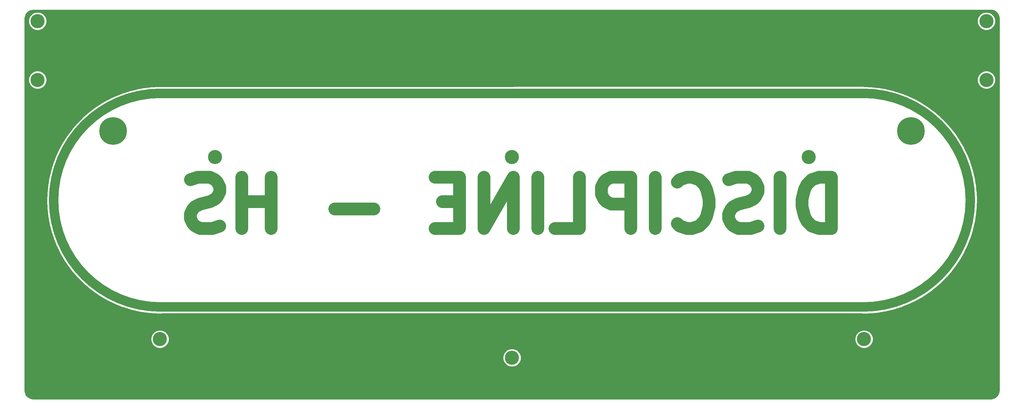
<source format=gbl>
G04 #@! TF.GenerationSoftware,KiCad,Pcbnew,(5.1.5)-3*
G04 #@! TF.CreationDate,2020-03-22T13:43:00+11:00*
G04 #@! TF.ProjectId,discipline-pcb,64697363-6970-46c6-996e-652d7063622e,rev?*
G04 #@! TF.SameCoordinates,Original*
G04 #@! TF.FileFunction,Copper,L2,Bot*
G04 #@! TF.FilePolarity,Positive*
%FSLAX46Y46*%
G04 Gerber Fmt 4.6, Leading zero omitted, Abs format (unit mm)*
G04 Created by KiCad (PCBNEW (5.1.5)-3) date 2020-03-22 13:43:00*
%MOMM*%
%LPD*%
G04 APERTURE LIST*
%ADD10C,4.000000*%
%ADD11C,3.000000*%
%ADD12C,0.900000*%
%ADD13C,8.600000*%
%ADD14C,0.700000*%
%ADD15C,4.400000*%
%ADD16C,0.254000*%
G04 APERTURE END LIST*
D10*
X312418450Y-121788719D02*
X312418450Y-105788719D01*
X308608926Y-105788719D01*
X306323212Y-106550624D01*
X304799402Y-108074433D01*
X304037498Y-109598243D01*
X303275593Y-112645862D01*
X303275593Y-114931576D01*
X304037498Y-117979195D01*
X304799402Y-119503004D01*
X306323212Y-121026814D01*
X308608926Y-121788719D01*
X312418450Y-121788719D01*
X296418450Y-121788719D02*
X296418450Y-105788719D01*
X289561307Y-121026814D02*
X287275593Y-121788719D01*
X283466069Y-121788719D01*
X281942259Y-121026814D01*
X281180355Y-120264909D01*
X280418450Y-118741100D01*
X280418450Y-117217290D01*
X281180355Y-115693481D01*
X281942259Y-114931576D01*
X283466069Y-114169671D01*
X286513688Y-113407766D01*
X288037498Y-112645862D01*
X288799402Y-111883957D01*
X289561307Y-110360147D01*
X289561307Y-108836338D01*
X288799402Y-107312528D01*
X288037498Y-106550624D01*
X286513688Y-105788719D01*
X282704164Y-105788719D01*
X280418450Y-106550624D01*
X264418450Y-120264909D02*
X265180355Y-121026814D01*
X267466069Y-121788719D01*
X268989879Y-121788719D01*
X271275593Y-121026814D01*
X272799402Y-119503004D01*
X273561307Y-117979195D01*
X274323212Y-114931576D01*
X274323212Y-112645862D01*
X273561307Y-109598243D01*
X272799402Y-108074433D01*
X271275593Y-106550624D01*
X268989879Y-105788719D01*
X267466069Y-105788719D01*
X265180355Y-106550624D01*
X264418450Y-107312528D01*
X257561307Y-121788719D02*
X257561307Y-105788719D01*
X249942259Y-121788719D02*
X249942259Y-105788719D01*
X243847021Y-105788719D01*
X242323212Y-106550624D01*
X241561307Y-107312528D01*
X240799402Y-108836338D01*
X240799402Y-111122052D01*
X241561307Y-112645862D01*
X242323212Y-113407766D01*
X243847021Y-114169671D01*
X249942259Y-114169671D01*
X226323212Y-121788719D02*
X233942259Y-121788719D01*
X233942259Y-105788719D01*
X220989879Y-121788719D02*
X220989879Y-105788719D01*
X213370831Y-121788719D02*
X213370831Y-105788719D01*
X204227974Y-121788719D01*
X204227974Y-105788719D01*
X196608926Y-113407766D02*
X191275593Y-113407766D01*
X188989879Y-121788719D02*
X196608926Y-121788719D01*
X196608926Y-105788719D01*
X188989879Y-105788719D01*
X169942259Y-115693481D02*
X157751783Y-115693481D01*
X137942259Y-121788719D02*
X137942259Y-105788719D01*
X137942259Y-113407766D02*
X128799402Y-113407766D01*
X128799402Y-121788719D02*
X128799402Y-105788719D01*
X121942259Y-121026814D02*
X119656545Y-121788719D01*
X115847021Y-121788719D01*
X114323212Y-121026814D01*
X113561307Y-120264909D01*
X112799402Y-118741100D01*
X112799402Y-117217290D01*
X113561307Y-115693481D01*
X114323212Y-114931576D01*
X115847021Y-114169671D01*
X118894640Y-113407766D01*
X120418450Y-112645862D01*
X121180355Y-111883957D01*
X121942259Y-110360147D01*
X121942259Y-108836338D01*
X121180355Y-107312528D01*
X120418450Y-106550624D01*
X118894640Y-105788719D01*
X115085117Y-105788719D01*
X112799402Y-106550624D01*
D11*
X322394879Y-146359622D02*
G75*
G03X322394879Y-79659622I0J33350000D01*
G01*
X103584879Y-79659622D02*
G75*
G03X103584879Y-146359622I0J-33350000D01*
G01*
X322324879Y-79629622D02*
X103004879Y-79659622D01*
X322774879Y-146279622D02*
X103454879Y-146309622D01*
D12*
X339510322Y-89129133D03*
X337229903Y-88184552D03*
X334949484Y-89129133D03*
X334004903Y-91409552D03*
X334949484Y-93689971D03*
X337229903Y-94634552D03*
X339510322Y-93689971D03*
X340454903Y-91409552D03*
D13*
X337229903Y-91409552D03*
D12*
X91030275Y-89129133D03*
X88749856Y-88184552D03*
X86469437Y-89129133D03*
X85524856Y-91409552D03*
X86469437Y-93689971D03*
X88749856Y-94634552D03*
X91030275Y-93689971D03*
X91974856Y-91409552D03*
D13*
X88749856Y-91409552D03*
D14*
X323804063Y-155227864D03*
X322637337Y-154744590D03*
X321470611Y-155227864D03*
X320987337Y-156394590D03*
X321470611Y-157561316D03*
X322637337Y-158044590D03*
X323804063Y-157561316D03*
X324287337Y-156394590D03*
D15*
X322637337Y-156394590D03*
D14*
X214156605Y-161039014D03*
X212989879Y-160555740D03*
X211823153Y-161039014D03*
X211339879Y-162205740D03*
X211823153Y-163372466D03*
X212989879Y-163855740D03*
X214156605Y-163372466D03*
X214639879Y-162205740D03*
D15*
X212989879Y-162205740D03*
D14*
X104509148Y-155227864D03*
X103342422Y-154744590D03*
X102175696Y-155227864D03*
X101692422Y-156394590D03*
X102175696Y-157561316D03*
X103342422Y-158044590D03*
X104509148Y-157561316D03*
X104992422Y-156394590D03*
D15*
X103342422Y-156394590D03*
D14*
X306615228Y-98383898D03*
X305448502Y-97900624D03*
X304281776Y-98383898D03*
X303798502Y-99550624D03*
X304281776Y-100717350D03*
X305448502Y-101200624D03*
X306615228Y-100717350D03*
X307098502Y-99550624D03*
D15*
X305448502Y-99550624D03*
D14*
X214156605Y-98383898D03*
X212989879Y-97900624D03*
X211823153Y-98383898D03*
X211339879Y-99550624D03*
X211823153Y-100717350D03*
X212989879Y-101200624D03*
X214156605Y-100717350D03*
X214639879Y-99550624D03*
D15*
X212989879Y-99550624D03*
D14*
X121697983Y-98383898D03*
X120531257Y-97900624D03*
X119364531Y-98383898D03*
X118881257Y-99550624D03*
X119364531Y-100717350D03*
X120531257Y-101200624D03*
X121697983Y-100717350D03*
X122181257Y-99550624D03*
D15*
X120531257Y-99550624D03*
D14*
X361913981Y-74302147D03*
X360747255Y-73818873D03*
X359580529Y-74302147D03*
X359097255Y-75468873D03*
X359580529Y-76635599D03*
X360747255Y-77118873D03*
X361913981Y-76635599D03*
X362397255Y-75468873D03*
D15*
X360747255Y-75468873D03*
D14*
X66399230Y-74302147D03*
X65232504Y-73818873D03*
X64065778Y-74302147D03*
X63582504Y-75468873D03*
X64065778Y-76635599D03*
X65232504Y-77118873D03*
X66399230Y-76635599D03*
X66882504Y-75468873D03*
D15*
X65232504Y-75468873D03*
D14*
X361913981Y-55980434D03*
X360747255Y-55497160D03*
X359580529Y-55980434D03*
X359097255Y-57147160D03*
X359580529Y-58313886D03*
X360747255Y-58797160D03*
X361913981Y-58313886D03*
X362397255Y-57147160D03*
D15*
X360747255Y-57147160D03*
D14*
X66399230Y-55980434D03*
X65232504Y-55497160D03*
X64065778Y-55980434D03*
X63582504Y-57147160D03*
X64065778Y-58313886D03*
X65232504Y-58797160D03*
X66399230Y-58313886D03*
X66882504Y-57147160D03*
D15*
X65232504Y-57147160D03*
D16*
G36*
X362633557Y-53705179D02*
G01*
X363118151Y-53851488D01*
X363565092Y-54089129D01*
X363957361Y-54409057D01*
X364280023Y-54799090D01*
X364520777Y-55244355D01*
X364670463Y-55727910D01*
X364726843Y-56264336D01*
X364726844Y-172408051D01*
X364674044Y-172946563D01*
X364527735Y-173431157D01*
X364290095Y-173878095D01*
X363970165Y-174270368D01*
X363580136Y-174593028D01*
X363134870Y-174833783D01*
X362651311Y-174983469D01*
X362114887Y-175039849D01*
X63887388Y-175039849D01*
X63348507Y-174987505D01*
X62863784Y-174841637D01*
X62416628Y-174604401D01*
X62024067Y-174284828D01*
X61701053Y-173895092D01*
X61459893Y-173450041D01*
X61309768Y-172966620D01*
X61252916Y-172430382D01*
X61252916Y-161926517D01*
X210154879Y-161926517D01*
X210154879Y-162484963D01*
X210263827Y-163032679D01*
X210477535Y-163548616D01*
X210787791Y-164012947D01*
X211182672Y-164407828D01*
X211647003Y-164718084D01*
X212162940Y-164931792D01*
X212710656Y-165040740D01*
X213269102Y-165040740D01*
X213816818Y-164931792D01*
X214332755Y-164718084D01*
X214797086Y-164407828D01*
X215191967Y-164012947D01*
X215502223Y-163548616D01*
X215715931Y-163032679D01*
X215824879Y-162484963D01*
X215824879Y-161926517D01*
X215715931Y-161378801D01*
X215502223Y-160862864D01*
X215191967Y-160398533D01*
X214797086Y-160003652D01*
X214332755Y-159693396D01*
X213816818Y-159479688D01*
X213269102Y-159370740D01*
X212710656Y-159370740D01*
X212162940Y-159479688D01*
X211647003Y-159693396D01*
X211182672Y-160003652D01*
X210787791Y-160398533D01*
X210477535Y-160862864D01*
X210263827Y-161378801D01*
X210154879Y-161926517D01*
X61252916Y-161926517D01*
X61252916Y-156115367D01*
X100507422Y-156115367D01*
X100507422Y-156673813D01*
X100616370Y-157221529D01*
X100830078Y-157737466D01*
X101140334Y-158201797D01*
X101535215Y-158596678D01*
X101999546Y-158906934D01*
X102515483Y-159120642D01*
X103063199Y-159229590D01*
X103621645Y-159229590D01*
X104169361Y-159120642D01*
X104685298Y-158906934D01*
X105149629Y-158596678D01*
X105544510Y-158201797D01*
X105854766Y-157737466D01*
X106068474Y-157221529D01*
X106177422Y-156673813D01*
X106177422Y-156115367D01*
X319802337Y-156115367D01*
X319802337Y-156673813D01*
X319911285Y-157221529D01*
X320124993Y-157737466D01*
X320435249Y-158201797D01*
X320830130Y-158596678D01*
X321294461Y-158906934D01*
X321810398Y-159120642D01*
X322358114Y-159229590D01*
X322916560Y-159229590D01*
X323464276Y-159120642D01*
X323980213Y-158906934D01*
X324444544Y-158596678D01*
X324839425Y-158201797D01*
X325149681Y-157737466D01*
X325363389Y-157221529D01*
X325472337Y-156673813D01*
X325472337Y-156115367D01*
X325363389Y-155567651D01*
X325149681Y-155051714D01*
X324839425Y-154587383D01*
X324444544Y-154192502D01*
X323980213Y-153882246D01*
X323464276Y-153668538D01*
X322916560Y-153559590D01*
X322358114Y-153559590D01*
X321810398Y-153668538D01*
X321294461Y-153882246D01*
X320830130Y-154192502D01*
X320435249Y-154587383D01*
X320124993Y-155051714D01*
X319911285Y-155567651D01*
X319802337Y-156115367D01*
X106177422Y-156115367D01*
X106068474Y-155567651D01*
X105854766Y-155051714D01*
X105544510Y-154587383D01*
X105149629Y-154192502D01*
X104685298Y-153882246D01*
X104169361Y-153668538D01*
X103621645Y-153559590D01*
X103063199Y-153559590D01*
X102515483Y-153668538D01*
X101999546Y-153882246D01*
X101535215Y-154192502D01*
X101140334Y-154587383D01*
X100830078Y-155051714D01*
X100616370Y-155567651D01*
X100507422Y-156115367D01*
X61252916Y-156115367D01*
X61252916Y-113122765D01*
X68101221Y-113122765D01*
X68101543Y-113184241D01*
X68101221Y-113245716D01*
X68101982Y-113268061D01*
X68191087Y-115535936D01*
X68195587Y-115597222D01*
X68199449Y-115658602D01*
X68201728Y-115680842D01*
X68444877Y-117937404D01*
X68453539Y-117998267D01*
X68461564Y-118059218D01*
X68465350Y-118081252D01*
X68861417Y-120316051D01*
X68874187Y-120376131D01*
X68886349Y-120436446D01*
X68891626Y-120458172D01*
X69438774Y-122660857D01*
X69455615Y-122719978D01*
X69471838Y-122779278D01*
X69478580Y-122800595D01*
X70174279Y-124960965D01*
X70195089Y-125018768D01*
X70215321Y-125076864D01*
X70223497Y-125097673D01*
X71064524Y-127205721D01*
X71089223Y-127261986D01*
X71113353Y-127318558D01*
X71122925Y-127338763D01*
X72105383Y-129384728D01*
X72133876Y-129439230D01*
X72161775Y-129493984D01*
X72172699Y-129513491D01*
X73292039Y-131487895D01*
X73324148Y-131540292D01*
X73355730Y-131593062D01*
X73367946Y-131611765D01*
X73367956Y-131611781D01*
X73367965Y-131611794D01*
X74618993Y-133505480D01*
X74654588Y-133555567D01*
X74689690Y-133606072D01*
X74703161Y-133623916D01*
X76080102Y-135428141D01*
X76119037Y-135475710D01*
X76157477Y-135523691D01*
X76172130Y-135540577D01*
X77668597Y-137246971D01*
X77710680Y-137291786D01*
X77752292Y-137337038D01*
X77768059Y-137352888D01*
X79377123Y-138953548D01*
X79422134Y-138995375D01*
X79466750Y-139037714D01*
X79483559Y-139052455D01*
X81197765Y-140539967D01*
X81245524Y-140578641D01*
X81292909Y-140617841D01*
X81310682Y-140631405D01*
X83122091Y-141998880D01*
X83172410Y-142034245D01*
X83222312Y-142070103D01*
X83240942Y-142082410D01*
X83240966Y-142082427D01*
X83240987Y-142082440D01*
X85141190Y-143323531D01*
X85193713Y-143355340D01*
X85246022Y-143387773D01*
X85265471Y-143398799D01*
X87245709Y-144507786D01*
X87300307Y-144535966D01*
X87354669Y-144564749D01*
X87374823Y-144574426D01*
X89425904Y-145546159D01*
X89482329Y-145570576D01*
X89538485Y-145595578D01*
X89559251Y-145603863D01*
X91671674Y-146433840D01*
X91729612Y-146454357D01*
X91787355Y-146475488D01*
X91808636Y-146482341D01*
X93972620Y-147166719D01*
X94031818Y-147183247D01*
X94090866Y-147200402D01*
X94112564Y-147205792D01*
X96318085Y-147741401D01*
X96378213Y-147753853D01*
X96438348Y-147766964D01*
X96460362Y-147770865D01*
X98697204Y-148155224D01*
X98758068Y-148163561D01*
X98818927Y-148172548D01*
X98841156Y-148174943D01*
X101098960Y-148406274D01*
X101160258Y-148410453D01*
X101221581Y-148415279D01*
X101243919Y-148416157D01*
X101243921Y-148416157D01*
X103512231Y-148493386D01*
X103657528Y-148493386D01*
X103802488Y-148483504D01*
X103946440Y-148463784D01*
X104039358Y-148444542D01*
X321817274Y-148414752D01*
X321950990Y-148447967D01*
X322094058Y-148473322D01*
X322238518Y-148488889D01*
X322383703Y-148494593D01*
X322406060Y-148494593D01*
X322755294Y-148492764D01*
X322786011Y-148491557D01*
X322816761Y-148491557D01*
X322839101Y-148490679D01*
X325106478Y-148389701D01*
X325167761Y-148384878D01*
X325229099Y-148380696D01*
X325251328Y-148378301D01*
X327506586Y-148123340D01*
X327567400Y-148114360D01*
X327628309Y-148106016D01*
X327650318Y-148102116D01*
X327650324Y-148102115D01*
X327650329Y-148102114D01*
X329883018Y-147694353D01*
X329943056Y-147681262D01*
X330003282Y-147668790D01*
X330024980Y-147663400D01*
X332224769Y-147104724D01*
X332283755Y-147087587D01*
X332343016Y-147071041D01*
X332364297Y-147064188D01*
X334520995Y-146357186D01*
X334578689Y-146336073D01*
X334636676Y-146315539D01*
X334657431Y-146307258D01*
X334657443Y-146307254D01*
X334657453Y-146307250D01*
X336761058Y-145455202D01*
X336817212Y-145430201D01*
X336873639Y-145405782D01*
X336893780Y-145396110D01*
X336893794Y-145396104D01*
X336893805Y-145396098D01*
X338934585Y-144402947D01*
X338988856Y-144374213D01*
X339043545Y-144345985D01*
X339062994Y-144334959D01*
X341031511Y-143205296D01*
X341083773Y-143172892D01*
X341136343Y-143141054D01*
X341154997Y-143128731D01*
X343042120Y-141867796D01*
X343092003Y-141831951D01*
X343142341Y-141796573D01*
X343160113Y-141783009D01*
X344957105Y-140396640D01*
X345004479Y-140357449D01*
X345052249Y-140318765D01*
X345069058Y-140304024D01*
X346767593Y-138798642D01*
X346812206Y-138756306D01*
X346857219Y-138714477D01*
X346872987Y-138698627D01*
X348465200Y-137081206D01*
X348506812Y-137035954D01*
X348548895Y-136991139D01*
X348563548Y-136974253D01*
X350042064Y-135252282D01*
X350080480Y-135204331D01*
X350119440Y-135156731D01*
X350132910Y-135138888D01*
X351490882Y-133320342D01*
X351525939Y-133269901D01*
X351561579Y-133219751D01*
X351573804Y-133201032D01*
X352804943Y-131294336D01*
X352836503Y-131241604D01*
X352868636Y-131189168D01*
X352879551Y-131169677D01*
X352879560Y-131169662D01*
X352879566Y-131169649D01*
X353978163Y-129183643D01*
X354006048Y-129128916D01*
X354034554Y-129074388D01*
X354044126Y-129054183D01*
X355005105Y-126998043D01*
X355029216Y-126941516D01*
X355053935Y-126885205D01*
X355062098Y-126864426D01*
X355062111Y-126864396D01*
X355062120Y-126864370D01*
X355881015Y-124747656D01*
X355901224Y-124689626D01*
X355922057Y-124631758D01*
X355928799Y-124610441D01*
X356601837Y-122442904D01*
X356618074Y-122383553D01*
X356634900Y-122324483D01*
X356640168Y-122302790D01*
X356640177Y-122302757D01*
X356640183Y-122302729D01*
X357164230Y-120094464D01*
X357176373Y-120034241D01*
X357189163Y-119974067D01*
X357192950Y-119952033D01*
X357565591Y-117713210D01*
X357573610Y-117652306D01*
X357582278Y-117591397D01*
X357584557Y-117569156D01*
X357804062Y-115310170D01*
X357807923Y-115248801D01*
X357812424Y-115187506D01*
X357813185Y-115165162D01*
X357878537Y-112896479D01*
X357878215Y-112835004D01*
X357878537Y-112773528D01*
X357877776Y-112751184D01*
X357788671Y-110483308D01*
X357784171Y-110422025D01*
X357780309Y-110360642D01*
X357778030Y-110338401D01*
X357534881Y-108081840D01*
X357526217Y-108020965D01*
X357518194Y-107960027D01*
X357514408Y-107937992D01*
X357118341Y-105703193D01*
X357105572Y-105643121D01*
X357093409Y-105582798D01*
X357088132Y-105561072D01*
X356540983Y-103358387D01*
X356524157Y-103299317D01*
X356507920Y-103239966D01*
X356501178Y-103218649D01*
X355805479Y-101058279D01*
X355784669Y-101000477D01*
X355764437Y-100942380D01*
X355756261Y-100921571D01*
X354915234Y-98813523D01*
X354890535Y-98757258D01*
X354866405Y-98700686D01*
X354856833Y-98680482D01*
X353874375Y-96634516D01*
X353845882Y-96580014D01*
X353817983Y-96525260D01*
X353807059Y-96505753D01*
X352687719Y-94531349D01*
X352655610Y-94478952D01*
X352624028Y-94426182D01*
X352611812Y-94407479D01*
X352611802Y-94407463D01*
X352611793Y-94407450D01*
X351360765Y-92513764D01*
X351325170Y-92463677D01*
X351290068Y-92413172D01*
X351276597Y-92395328D01*
X349899656Y-90591103D01*
X349860705Y-90543514D01*
X349822281Y-90495553D01*
X349807642Y-90478684D01*
X349807628Y-90478666D01*
X349807615Y-90478652D01*
X348311161Y-88772273D01*
X348269118Y-88727502D01*
X348227466Y-88682206D01*
X348211699Y-88666356D01*
X346602636Y-87065696D01*
X346557597Y-87023843D01*
X346513008Y-86981530D01*
X346496199Y-86966789D01*
X344781993Y-85479277D01*
X344734214Y-85440586D01*
X344686849Y-85401403D01*
X344669076Y-85387839D01*
X342857666Y-84020364D01*
X342807374Y-83985018D01*
X342757446Y-83949141D01*
X342738816Y-83936834D01*
X342738792Y-83936817D01*
X342738771Y-83936804D01*
X340838568Y-82695713D01*
X340786045Y-82663904D01*
X340733736Y-82631471D01*
X340714286Y-82620445D01*
X338734049Y-81511458D01*
X338679408Y-81483256D01*
X338625089Y-81454496D01*
X338604935Y-81444818D01*
X336553854Y-80473086D01*
X336497475Y-80448688D01*
X336441273Y-80423666D01*
X336420508Y-80415381D01*
X334308084Y-79585404D01*
X334250110Y-79564874D01*
X334192403Y-79543757D01*
X334171122Y-79536903D01*
X332007139Y-78852525D01*
X331947916Y-78835990D01*
X331888892Y-78818842D01*
X331867194Y-78813452D01*
X329661674Y-78277843D01*
X329601517Y-78265385D01*
X329541410Y-78252280D01*
X329519402Y-78248380D01*
X329519396Y-78248379D01*
X329519391Y-78248378D01*
X327282554Y-77864020D01*
X327221690Y-77855683D01*
X327160831Y-77846696D01*
X327138603Y-77844301D01*
X324880798Y-77612970D01*
X324819500Y-77608791D01*
X324758177Y-77603965D01*
X324735839Y-77603087D01*
X324735837Y-77603087D01*
X322779476Y-77536479D01*
X322743124Y-77525457D01*
X322429468Y-77494608D01*
X102899705Y-77524637D01*
X102628723Y-77551364D01*
X100873280Y-77629543D01*
X100811994Y-77634366D01*
X100750659Y-77638548D01*
X100728430Y-77640943D01*
X98473172Y-77895904D01*
X98412358Y-77904884D01*
X98351449Y-77913228D01*
X98329440Y-77917128D01*
X98329434Y-77917129D01*
X98329429Y-77917130D01*
X96096741Y-78324891D01*
X96036683Y-78337986D01*
X95976476Y-78350454D01*
X95954778Y-78355844D01*
X93754988Y-78914520D01*
X93695963Y-78931669D01*
X93636743Y-78948203D01*
X93615462Y-78955056D01*
X91458763Y-79662057D01*
X91401033Y-79683183D01*
X91343082Y-79703705D01*
X91322316Y-79711990D01*
X89218700Y-80564042D01*
X89162546Y-80589043D01*
X89106119Y-80613462D01*
X89085978Y-80623134D01*
X89085964Y-80623140D01*
X89085953Y-80623146D01*
X87045173Y-81616297D01*
X86990902Y-81645031D01*
X86936213Y-81673259D01*
X86916764Y-81684285D01*
X84948247Y-82813948D01*
X84895985Y-82846352D01*
X84843415Y-82878190D01*
X84824760Y-82890513D01*
X82937638Y-84151448D01*
X82887710Y-84187325D01*
X82837418Y-84222671D01*
X82819661Y-84236223D01*
X82819644Y-84236235D01*
X82819630Y-84236246D01*
X81022654Y-85622604D01*
X80975307Y-85661773D01*
X80927509Y-85700479D01*
X80910700Y-85715220D01*
X79212165Y-87220602D01*
X79167552Y-87262938D01*
X79122539Y-87304767D01*
X79106771Y-87320617D01*
X77514558Y-88938038D01*
X77472946Y-88983290D01*
X77430863Y-89028105D01*
X77416210Y-89044991D01*
X75937694Y-90766962D01*
X75899278Y-90814913D01*
X75860318Y-90862513D01*
X75846848Y-90880356D01*
X74488876Y-92698902D01*
X74453819Y-92749343D01*
X74418179Y-92799493D01*
X74405954Y-92818212D01*
X73174815Y-94724908D01*
X73143242Y-94777662D01*
X73111123Y-94830076D01*
X73100198Y-94849582D01*
X72001595Y-96835601D01*
X71973710Y-96890328D01*
X71945204Y-96944856D01*
X71935632Y-96965061D01*
X70974653Y-99021201D01*
X70950542Y-99077728D01*
X70925823Y-99134039D01*
X70917660Y-99154818D01*
X70917647Y-99154848D01*
X70917638Y-99154874D01*
X70098743Y-101271588D01*
X70078534Y-101329618D01*
X70057701Y-101387486D01*
X70050959Y-101408803D01*
X69377921Y-103576340D01*
X69361684Y-103635691D01*
X69344858Y-103694761D01*
X69339581Y-103716487D01*
X68815528Y-105924781D01*
X68803377Y-105985040D01*
X68790595Y-106045177D01*
X68786808Y-106067212D01*
X68414166Y-108306034D01*
X68406142Y-108366986D01*
X68397480Y-108427847D01*
X68395206Y-108450054D01*
X68395201Y-108450088D01*
X68395199Y-108450117D01*
X68175696Y-110709073D01*
X68171835Y-110770446D01*
X68167334Y-110831738D01*
X68166573Y-110854082D01*
X68101221Y-113122765D01*
X61252916Y-113122765D01*
X61252916Y-75189650D01*
X62397504Y-75189650D01*
X62397504Y-75748096D01*
X62506452Y-76295812D01*
X62720160Y-76811749D01*
X63030416Y-77276080D01*
X63425297Y-77670961D01*
X63889628Y-77981217D01*
X64405565Y-78194925D01*
X64953281Y-78303873D01*
X65511727Y-78303873D01*
X66059443Y-78194925D01*
X66575380Y-77981217D01*
X67039711Y-77670961D01*
X67434592Y-77276080D01*
X67744848Y-76811749D01*
X67958556Y-76295812D01*
X68067504Y-75748096D01*
X68067504Y-75189650D01*
X357912255Y-75189650D01*
X357912255Y-75748096D01*
X358021203Y-76295812D01*
X358234911Y-76811749D01*
X358545167Y-77276080D01*
X358940048Y-77670961D01*
X359404379Y-77981217D01*
X359920316Y-78194925D01*
X360468032Y-78303873D01*
X361026478Y-78303873D01*
X361574194Y-78194925D01*
X362090131Y-77981217D01*
X362554462Y-77670961D01*
X362949343Y-77276080D01*
X363259599Y-76811749D01*
X363473307Y-76295812D01*
X363582255Y-75748096D01*
X363582255Y-75189650D01*
X363473307Y-74641934D01*
X363259599Y-74125997D01*
X362949343Y-73661666D01*
X362554462Y-73266785D01*
X362090131Y-72956529D01*
X361574194Y-72742821D01*
X361026478Y-72633873D01*
X360468032Y-72633873D01*
X359920316Y-72742821D01*
X359404379Y-72956529D01*
X358940048Y-73266785D01*
X358545167Y-73661666D01*
X358234911Y-74125997D01*
X358021203Y-74641934D01*
X357912255Y-75189650D01*
X68067504Y-75189650D01*
X67958556Y-74641934D01*
X67744848Y-74125997D01*
X67434592Y-73661666D01*
X67039711Y-73266785D01*
X66575380Y-72956529D01*
X66059443Y-72742821D01*
X65511727Y-72633873D01*
X64953281Y-72633873D01*
X64405565Y-72742821D01*
X63889628Y-72956529D01*
X63425297Y-73266785D01*
X63030416Y-73661666D01*
X62720160Y-74125997D01*
X62506452Y-74641934D01*
X62397504Y-75189650D01*
X61252916Y-75189650D01*
X61252916Y-56867937D01*
X62397504Y-56867937D01*
X62397504Y-57426383D01*
X62506452Y-57974099D01*
X62720160Y-58490036D01*
X63030416Y-58954367D01*
X63425297Y-59349248D01*
X63889628Y-59659504D01*
X64405565Y-59873212D01*
X64953281Y-59982160D01*
X65511727Y-59982160D01*
X66059443Y-59873212D01*
X66575380Y-59659504D01*
X67039711Y-59349248D01*
X67434592Y-58954367D01*
X67744848Y-58490036D01*
X67958556Y-57974099D01*
X68067504Y-57426383D01*
X68067504Y-56867937D01*
X357912255Y-56867937D01*
X357912255Y-57426383D01*
X358021203Y-57974099D01*
X358234911Y-58490036D01*
X358545167Y-58954367D01*
X358940048Y-59349248D01*
X359404379Y-59659504D01*
X359920316Y-59873212D01*
X360468032Y-59982160D01*
X361026478Y-59982160D01*
X361574194Y-59873212D01*
X362090131Y-59659504D01*
X362554462Y-59349248D01*
X362949343Y-58954367D01*
X363259599Y-58490036D01*
X363473307Y-57974099D01*
X363582255Y-57426383D01*
X363582255Y-56867937D01*
X363473307Y-56320221D01*
X363259599Y-55804284D01*
X362949343Y-55339953D01*
X362554462Y-54945072D01*
X362090131Y-54634816D01*
X361574194Y-54421108D01*
X361026478Y-54312160D01*
X360468032Y-54312160D01*
X359920316Y-54421108D01*
X359404379Y-54634816D01*
X358940048Y-54945072D01*
X358545167Y-55339953D01*
X358234911Y-55804284D01*
X358021203Y-56320221D01*
X357912255Y-56867937D01*
X68067504Y-56867937D01*
X67958556Y-56320221D01*
X67744848Y-55804284D01*
X67434592Y-55339953D01*
X67039711Y-54945072D01*
X66575380Y-54634816D01*
X66059443Y-54421108D01*
X65511727Y-54312160D01*
X64953281Y-54312160D01*
X64405565Y-54421108D01*
X63889628Y-54634816D01*
X63425297Y-54945072D01*
X63030416Y-55339953D01*
X62720160Y-55804284D01*
X62506452Y-56320221D01*
X62397504Y-56867937D01*
X61252916Y-56867937D01*
X61252916Y-56284158D01*
X61305715Y-55745666D01*
X61452024Y-55261072D01*
X61689665Y-54814131D01*
X62009593Y-54421862D01*
X62399626Y-54099200D01*
X62844891Y-53858446D01*
X63328446Y-53708760D01*
X63864872Y-53652380D01*
X362095065Y-53652380D01*
X362633557Y-53705179D01*
G37*
X362633557Y-53705179D02*
X363118151Y-53851488D01*
X363565092Y-54089129D01*
X363957361Y-54409057D01*
X364280023Y-54799090D01*
X364520777Y-55244355D01*
X364670463Y-55727910D01*
X364726843Y-56264336D01*
X364726844Y-172408051D01*
X364674044Y-172946563D01*
X364527735Y-173431157D01*
X364290095Y-173878095D01*
X363970165Y-174270368D01*
X363580136Y-174593028D01*
X363134870Y-174833783D01*
X362651311Y-174983469D01*
X362114887Y-175039849D01*
X63887388Y-175039849D01*
X63348507Y-174987505D01*
X62863784Y-174841637D01*
X62416628Y-174604401D01*
X62024067Y-174284828D01*
X61701053Y-173895092D01*
X61459893Y-173450041D01*
X61309768Y-172966620D01*
X61252916Y-172430382D01*
X61252916Y-161926517D01*
X210154879Y-161926517D01*
X210154879Y-162484963D01*
X210263827Y-163032679D01*
X210477535Y-163548616D01*
X210787791Y-164012947D01*
X211182672Y-164407828D01*
X211647003Y-164718084D01*
X212162940Y-164931792D01*
X212710656Y-165040740D01*
X213269102Y-165040740D01*
X213816818Y-164931792D01*
X214332755Y-164718084D01*
X214797086Y-164407828D01*
X215191967Y-164012947D01*
X215502223Y-163548616D01*
X215715931Y-163032679D01*
X215824879Y-162484963D01*
X215824879Y-161926517D01*
X215715931Y-161378801D01*
X215502223Y-160862864D01*
X215191967Y-160398533D01*
X214797086Y-160003652D01*
X214332755Y-159693396D01*
X213816818Y-159479688D01*
X213269102Y-159370740D01*
X212710656Y-159370740D01*
X212162940Y-159479688D01*
X211647003Y-159693396D01*
X211182672Y-160003652D01*
X210787791Y-160398533D01*
X210477535Y-160862864D01*
X210263827Y-161378801D01*
X210154879Y-161926517D01*
X61252916Y-161926517D01*
X61252916Y-156115367D01*
X100507422Y-156115367D01*
X100507422Y-156673813D01*
X100616370Y-157221529D01*
X100830078Y-157737466D01*
X101140334Y-158201797D01*
X101535215Y-158596678D01*
X101999546Y-158906934D01*
X102515483Y-159120642D01*
X103063199Y-159229590D01*
X103621645Y-159229590D01*
X104169361Y-159120642D01*
X104685298Y-158906934D01*
X105149629Y-158596678D01*
X105544510Y-158201797D01*
X105854766Y-157737466D01*
X106068474Y-157221529D01*
X106177422Y-156673813D01*
X106177422Y-156115367D01*
X319802337Y-156115367D01*
X319802337Y-156673813D01*
X319911285Y-157221529D01*
X320124993Y-157737466D01*
X320435249Y-158201797D01*
X320830130Y-158596678D01*
X321294461Y-158906934D01*
X321810398Y-159120642D01*
X322358114Y-159229590D01*
X322916560Y-159229590D01*
X323464276Y-159120642D01*
X323980213Y-158906934D01*
X324444544Y-158596678D01*
X324839425Y-158201797D01*
X325149681Y-157737466D01*
X325363389Y-157221529D01*
X325472337Y-156673813D01*
X325472337Y-156115367D01*
X325363389Y-155567651D01*
X325149681Y-155051714D01*
X324839425Y-154587383D01*
X324444544Y-154192502D01*
X323980213Y-153882246D01*
X323464276Y-153668538D01*
X322916560Y-153559590D01*
X322358114Y-153559590D01*
X321810398Y-153668538D01*
X321294461Y-153882246D01*
X320830130Y-154192502D01*
X320435249Y-154587383D01*
X320124993Y-155051714D01*
X319911285Y-155567651D01*
X319802337Y-156115367D01*
X106177422Y-156115367D01*
X106068474Y-155567651D01*
X105854766Y-155051714D01*
X105544510Y-154587383D01*
X105149629Y-154192502D01*
X104685298Y-153882246D01*
X104169361Y-153668538D01*
X103621645Y-153559590D01*
X103063199Y-153559590D01*
X102515483Y-153668538D01*
X101999546Y-153882246D01*
X101535215Y-154192502D01*
X101140334Y-154587383D01*
X100830078Y-155051714D01*
X100616370Y-155567651D01*
X100507422Y-156115367D01*
X61252916Y-156115367D01*
X61252916Y-113122765D01*
X68101221Y-113122765D01*
X68101543Y-113184241D01*
X68101221Y-113245716D01*
X68101982Y-113268061D01*
X68191087Y-115535936D01*
X68195587Y-115597222D01*
X68199449Y-115658602D01*
X68201728Y-115680842D01*
X68444877Y-117937404D01*
X68453539Y-117998267D01*
X68461564Y-118059218D01*
X68465350Y-118081252D01*
X68861417Y-120316051D01*
X68874187Y-120376131D01*
X68886349Y-120436446D01*
X68891626Y-120458172D01*
X69438774Y-122660857D01*
X69455615Y-122719978D01*
X69471838Y-122779278D01*
X69478580Y-122800595D01*
X70174279Y-124960965D01*
X70195089Y-125018768D01*
X70215321Y-125076864D01*
X70223497Y-125097673D01*
X71064524Y-127205721D01*
X71089223Y-127261986D01*
X71113353Y-127318558D01*
X71122925Y-127338763D01*
X72105383Y-129384728D01*
X72133876Y-129439230D01*
X72161775Y-129493984D01*
X72172699Y-129513491D01*
X73292039Y-131487895D01*
X73324148Y-131540292D01*
X73355730Y-131593062D01*
X73367946Y-131611765D01*
X73367956Y-131611781D01*
X73367965Y-131611794D01*
X74618993Y-133505480D01*
X74654588Y-133555567D01*
X74689690Y-133606072D01*
X74703161Y-133623916D01*
X76080102Y-135428141D01*
X76119037Y-135475710D01*
X76157477Y-135523691D01*
X76172130Y-135540577D01*
X77668597Y-137246971D01*
X77710680Y-137291786D01*
X77752292Y-137337038D01*
X77768059Y-137352888D01*
X79377123Y-138953548D01*
X79422134Y-138995375D01*
X79466750Y-139037714D01*
X79483559Y-139052455D01*
X81197765Y-140539967D01*
X81245524Y-140578641D01*
X81292909Y-140617841D01*
X81310682Y-140631405D01*
X83122091Y-141998880D01*
X83172410Y-142034245D01*
X83222312Y-142070103D01*
X83240942Y-142082410D01*
X83240966Y-142082427D01*
X83240987Y-142082440D01*
X85141190Y-143323531D01*
X85193713Y-143355340D01*
X85246022Y-143387773D01*
X85265471Y-143398799D01*
X87245709Y-144507786D01*
X87300307Y-144535966D01*
X87354669Y-144564749D01*
X87374823Y-144574426D01*
X89425904Y-145546159D01*
X89482329Y-145570576D01*
X89538485Y-145595578D01*
X89559251Y-145603863D01*
X91671674Y-146433840D01*
X91729612Y-146454357D01*
X91787355Y-146475488D01*
X91808636Y-146482341D01*
X93972620Y-147166719D01*
X94031818Y-147183247D01*
X94090866Y-147200402D01*
X94112564Y-147205792D01*
X96318085Y-147741401D01*
X96378213Y-147753853D01*
X96438348Y-147766964D01*
X96460362Y-147770865D01*
X98697204Y-148155224D01*
X98758068Y-148163561D01*
X98818927Y-148172548D01*
X98841156Y-148174943D01*
X101098960Y-148406274D01*
X101160258Y-148410453D01*
X101221581Y-148415279D01*
X101243919Y-148416157D01*
X101243921Y-148416157D01*
X103512231Y-148493386D01*
X103657528Y-148493386D01*
X103802488Y-148483504D01*
X103946440Y-148463784D01*
X104039358Y-148444542D01*
X321817274Y-148414752D01*
X321950990Y-148447967D01*
X322094058Y-148473322D01*
X322238518Y-148488889D01*
X322383703Y-148494593D01*
X322406060Y-148494593D01*
X322755294Y-148492764D01*
X322786011Y-148491557D01*
X322816761Y-148491557D01*
X322839101Y-148490679D01*
X325106478Y-148389701D01*
X325167761Y-148384878D01*
X325229099Y-148380696D01*
X325251328Y-148378301D01*
X327506586Y-148123340D01*
X327567400Y-148114360D01*
X327628309Y-148106016D01*
X327650318Y-148102116D01*
X327650324Y-148102115D01*
X327650329Y-148102114D01*
X329883018Y-147694353D01*
X329943056Y-147681262D01*
X330003282Y-147668790D01*
X330024980Y-147663400D01*
X332224769Y-147104724D01*
X332283755Y-147087587D01*
X332343016Y-147071041D01*
X332364297Y-147064188D01*
X334520995Y-146357186D01*
X334578689Y-146336073D01*
X334636676Y-146315539D01*
X334657431Y-146307258D01*
X334657443Y-146307254D01*
X334657453Y-146307250D01*
X336761058Y-145455202D01*
X336817212Y-145430201D01*
X336873639Y-145405782D01*
X336893780Y-145396110D01*
X336893794Y-145396104D01*
X336893805Y-145396098D01*
X338934585Y-144402947D01*
X338988856Y-144374213D01*
X339043545Y-144345985D01*
X339062994Y-144334959D01*
X341031511Y-143205296D01*
X341083773Y-143172892D01*
X341136343Y-143141054D01*
X341154997Y-143128731D01*
X343042120Y-141867796D01*
X343092003Y-141831951D01*
X343142341Y-141796573D01*
X343160113Y-141783009D01*
X344957105Y-140396640D01*
X345004479Y-140357449D01*
X345052249Y-140318765D01*
X345069058Y-140304024D01*
X346767593Y-138798642D01*
X346812206Y-138756306D01*
X346857219Y-138714477D01*
X346872987Y-138698627D01*
X348465200Y-137081206D01*
X348506812Y-137035954D01*
X348548895Y-136991139D01*
X348563548Y-136974253D01*
X350042064Y-135252282D01*
X350080480Y-135204331D01*
X350119440Y-135156731D01*
X350132910Y-135138888D01*
X351490882Y-133320342D01*
X351525939Y-133269901D01*
X351561579Y-133219751D01*
X351573804Y-133201032D01*
X352804943Y-131294336D01*
X352836503Y-131241604D01*
X352868636Y-131189168D01*
X352879551Y-131169677D01*
X352879560Y-131169662D01*
X352879566Y-131169649D01*
X353978163Y-129183643D01*
X354006048Y-129128916D01*
X354034554Y-129074388D01*
X354044126Y-129054183D01*
X355005105Y-126998043D01*
X355029216Y-126941516D01*
X355053935Y-126885205D01*
X355062098Y-126864426D01*
X355062111Y-126864396D01*
X355062120Y-126864370D01*
X355881015Y-124747656D01*
X355901224Y-124689626D01*
X355922057Y-124631758D01*
X355928799Y-124610441D01*
X356601837Y-122442904D01*
X356618074Y-122383553D01*
X356634900Y-122324483D01*
X356640168Y-122302790D01*
X356640177Y-122302757D01*
X356640183Y-122302729D01*
X357164230Y-120094464D01*
X357176373Y-120034241D01*
X357189163Y-119974067D01*
X357192950Y-119952033D01*
X357565591Y-117713210D01*
X357573610Y-117652306D01*
X357582278Y-117591397D01*
X357584557Y-117569156D01*
X357804062Y-115310170D01*
X357807923Y-115248801D01*
X357812424Y-115187506D01*
X357813185Y-115165162D01*
X357878537Y-112896479D01*
X357878215Y-112835004D01*
X357878537Y-112773528D01*
X357877776Y-112751184D01*
X357788671Y-110483308D01*
X357784171Y-110422025D01*
X357780309Y-110360642D01*
X357778030Y-110338401D01*
X357534881Y-108081840D01*
X357526217Y-108020965D01*
X357518194Y-107960027D01*
X357514408Y-107937992D01*
X357118341Y-105703193D01*
X357105572Y-105643121D01*
X357093409Y-105582798D01*
X357088132Y-105561072D01*
X356540983Y-103358387D01*
X356524157Y-103299317D01*
X356507920Y-103239966D01*
X356501178Y-103218649D01*
X355805479Y-101058279D01*
X355784669Y-101000477D01*
X355764437Y-100942380D01*
X355756261Y-100921571D01*
X354915234Y-98813523D01*
X354890535Y-98757258D01*
X354866405Y-98700686D01*
X354856833Y-98680482D01*
X353874375Y-96634516D01*
X353845882Y-96580014D01*
X353817983Y-96525260D01*
X353807059Y-96505753D01*
X352687719Y-94531349D01*
X352655610Y-94478952D01*
X352624028Y-94426182D01*
X352611812Y-94407479D01*
X352611802Y-94407463D01*
X352611793Y-94407450D01*
X351360765Y-92513764D01*
X351325170Y-92463677D01*
X351290068Y-92413172D01*
X351276597Y-92395328D01*
X349899656Y-90591103D01*
X349860705Y-90543514D01*
X349822281Y-90495553D01*
X349807642Y-90478684D01*
X349807628Y-90478666D01*
X349807615Y-90478652D01*
X348311161Y-88772273D01*
X348269118Y-88727502D01*
X348227466Y-88682206D01*
X348211699Y-88666356D01*
X346602636Y-87065696D01*
X346557597Y-87023843D01*
X346513008Y-86981530D01*
X346496199Y-86966789D01*
X344781993Y-85479277D01*
X344734214Y-85440586D01*
X344686849Y-85401403D01*
X344669076Y-85387839D01*
X342857666Y-84020364D01*
X342807374Y-83985018D01*
X342757446Y-83949141D01*
X342738816Y-83936834D01*
X342738792Y-83936817D01*
X342738771Y-83936804D01*
X340838568Y-82695713D01*
X340786045Y-82663904D01*
X340733736Y-82631471D01*
X340714286Y-82620445D01*
X338734049Y-81511458D01*
X338679408Y-81483256D01*
X338625089Y-81454496D01*
X338604935Y-81444818D01*
X336553854Y-80473086D01*
X336497475Y-80448688D01*
X336441273Y-80423666D01*
X336420508Y-80415381D01*
X334308084Y-79585404D01*
X334250110Y-79564874D01*
X334192403Y-79543757D01*
X334171122Y-79536903D01*
X332007139Y-78852525D01*
X331947916Y-78835990D01*
X331888892Y-78818842D01*
X331867194Y-78813452D01*
X329661674Y-78277843D01*
X329601517Y-78265385D01*
X329541410Y-78252280D01*
X329519402Y-78248380D01*
X329519396Y-78248379D01*
X329519391Y-78248378D01*
X327282554Y-77864020D01*
X327221690Y-77855683D01*
X327160831Y-77846696D01*
X327138603Y-77844301D01*
X324880798Y-77612970D01*
X324819500Y-77608791D01*
X324758177Y-77603965D01*
X324735839Y-77603087D01*
X324735837Y-77603087D01*
X322779476Y-77536479D01*
X322743124Y-77525457D01*
X322429468Y-77494608D01*
X102899705Y-77524637D01*
X102628723Y-77551364D01*
X100873280Y-77629543D01*
X100811994Y-77634366D01*
X100750659Y-77638548D01*
X100728430Y-77640943D01*
X98473172Y-77895904D01*
X98412358Y-77904884D01*
X98351449Y-77913228D01*
X98329440Y-77917128D01*
X98329434Y-77917129D01*
X98329429Y-77917130D01*
X96096741Y-78324891D01*
X96036683Y-78337986D01*
X95976476Y-78350454D01*
X95954778Y-78355844D01*
X93754988Y-78914520D01*
X93695963Y-78931669D01*
X93636743Y-78948203D01*
X93615462Y-78955056D01*
X91458763Y-79662057D01*
X91401033Y-79683183D01*
X91343082Y-79703705D01*
X91322316Y-79711990D01*
X89218700Y-80564042D01*
X89162546Y-80589043D01*
X89106119Y-80613462D01*
X89085978Y-80623134D01*
X89085964Y-80623140D01*
X89085953Y-80623146D01*
X87045173Y-81616297D01*
X86990902Y-81645031D01*
X86936213Y-81673259D01*
X86916764Y-81684285D01*
X84948247Y-82813948D01*
X84895985Y-82846352D01*
X84843415Y-82878190D01*
X84824760Y-82890513D01*
X82937638Y-84151448D01*
X82887710Y-84187325D01*
X82837418Y-84222671D01*
X82819661Y-84236223D01*
X82819644Y-84236235D01*
X82819630Y-84236246D01*
X81022654Y-85622604D01*
X80975307Y-85661773D01*
X80927509Y-85700479D01*
X80910700Y-85715220D01*
X79212165Y-87220602D01*
X79167552Y-87262938D01*
X79122539Y-87304767D01*
X79106771Y-87320617D01*
X77514558Y-88938038D01*
X77472946Y-88983290D01*
X77430863Y-89028105D01*
X77416210Y-89044991D01*
X75937694Y-90766962D01*
X75899278Y-90814913D01*
X75860318Y-90862513D01*
X75846848Y-90880356D01*
X74488876Y-92698902D01*
X74453819Y-92749343D01*
X74418179Y-92799493D01*
X74405954Y-92818212D01*
X73174815Y-94724908D01*
X73143242Y-94777662D01*
X73111123Y-94830076D01*
X73100198Y-94849582D01*
X72001595Y-96835601D01*
X71973710Y-96890328D01*
X71945204Y-96944856D01*
X71935632Y-96965061D01*
X70974653Y-99021201D01*
X70950542Y-99077728D01*
X70925823Y-99134039D01*
X70917660Y-99154818D01*
X70917647Y-99154848D01*
X70917638Y-99154874D01*
X70098743Y-101271588D01*
X70078534Y-101329618D01*
X70057701Y-101387486D01*
X70050959Y-101408803D01*
X69377921Y-103576340D01*
X69361684Y-103635691D01*
X69344858Y-103694761D01*
X69339581Y-103716487D01*
X68815528Y-105924781D01*
X68803377Y-105985040D01*
X68790595Y-106045177D01*
X68786808Y-106067212D01*
X68414166Y-108306034D01*
X68406142Y-108366986D01*
X68397480Y-108427847D01*
X68395206Y-108450054D01*
X68395201Y-108450088D01*
X68395199Y-108450117D01*
X68175696Y-110709073D01*
X68171835Y-110770446D01*
X68167334Y-110831738D01*
X68166573Y-110854082D01*
X68101221Y-113122765D01*
X61252916Y-113122765D01*
X61252916Y-75189650D01*
X62397504Y-75189650D01*
X62397504Y-75748096D01*
X62506452Y-76295812D01*
X62720160Y-76811749D01*
X63030416Y-77276080D01*
X63425297Y-77670961D01*
X63889628Y-77981217D01*
X64405565Y-78194925D01*
X64953281Y-78303873D01*
X65511727Y-78303873D01*
X66059443Y-78194925D01*
X66575380Y-77981217D01*
X67039711Y-77670961D01*
X67434592Y-77276080D01*
X67744848Y-76811749D01*
X67958556Y-76295812D01*
X68067504Y-75748096D01*
X68067504Y-75189650D01*
X357912255Y-75189650D01*
X357912255Y-75748096D01*
X358021203Y-76295812D01*
X358234911Y-76811749D01*
X358545167Y-77276080D01*
X358940048Y-77670961D01*
X359404379Y-77981217D01*
X359920316Y-78194925D01*
X360468032Y-78303873D01*
X361026478Y-78303873D01*
X361574194Y-78194925D01*
X362090131Y-77981217D01*
X362554462Y-77670961D01*
X362949343Y-77276080D01*
X363259599Y-76811749D01*
X363473307Y-76295812D01*
X363582255Y-75748096D01*
X363582255Y-75189650D01*
X363473307Y-74641934D01*
X363259599Y-74125997D01*
X362949343Y-73661666D01*
X362554462Y-73266785D01*
X362090131Y-72956529D01*
X361574194Y-72742821D01*
X361026478Y-72633873D01*
X360468032Y-72633873D01*
X359920316Y-72742821D01*
X359404379Y-72956529D01*
X358940048Y-73266785D01*
X358545167Y-73661666D01*
X358234911Y-74125997D01*
X358021203Y-74641934D01*
X357912255Y-75189650D01*
X68067504Y-75189650D01*
X67958556Y-74641934D01*
X67744848Y-74125997D01*
X67434592Y-73661666D01*
X67039711Y-73266785D01*
X66575380Y-72956529D01*
X66059443Y-72742821D01*
X65511727Y-72633873D01*
X64953281Y-72633873D01*
X64405565Y-72742821D01*
X63889628Y-72956529D01*
X63425297Y-73266785D01*
X63030416Y-73661666D01*
X62720160Y-74125997D01*
X62506452Y-74641934D01*
X62397504Y-75189650D01*
X61252916Y-75189650D01*
X61252916Y-56867937D01*
X62397504Y-56867937D01*
X62397504Y-57426383D01*
X62506452Y-57974099D01*
X62720160Y-58490036D01*
X63030416Y-58954367D01*
X63425297Y-59349248D01*
X63889628Y-59659504D01*
X64405565Y-59873212D01*
X64953281Y-59982160D01*
X65511727Y-59982160D01*
X66059443Y-59873212D01*
X66575380Y-59659504D01*
X67039711Y-59349248D01*
X67434592Y-58954367D01*
X67744848Y-58490036D01*
X67958556Y-57974099D01*
X68067504Y-57426383D01*
X68067504Y-56867937D01*
X357912255Y-56867937D01*
X357912255Y-57426383D01*
X358021203Y-57974099D01*
X358234911Y-58490036D01*
X358545167Y-58954367D01*
X358940048Y-59349248D01*
X359404379Y-59659504D01*
X359920316Y-59873212D01*
X360468032Y-59982160D01*
X361026478Y-59982160D01*
X361574194Y-59873212D01*
X362090131Y-59659504D01*
X362554462Y-59349248D01*
X362949343Y-58954367D01*
X363259599Y-58490036D01*
X363473307Y-57974099D01*
X363582255Y-57426383D01*
X363582255Y-56867937D01*
X363473307Y-56320221D01*
X363259599Y-55804284D01*
X362949343Y-55339953D01*
X362554462Y-54945072D01*
X362090131Y-54634816D01*
X361574194Y-54421108D01*
X361026478Y-54312160D01*
X360468032Y-54312160D01*
X359920316Y-54421108D01*
X359404379Y-54634816D01*
X358940048Y-54945072D01*
X358545167Y-55339953D01*
X358234911Y-55804284D01*
X358021203Y-56320221D01*
X357912255Y-56867937D01*
X68067504Y-56867937D01*
X67958556Y-56320221D01*
X67744848Y-55804284D01*
X67434592Y-55339953D01*
X67039711Y-54945072D01*
X66575380Y-54634816D01*
X66059443Y-54421108D01*
X65511727Y-54312160D01*
X64953281Y-54312160D01*
X64405565Y-54421108D01*
X63889628Y-54634816D01*
X63425297Y-54945072D01*
X63030416Y-55339953D01*
X62720160Y-55804284D01*
X62506452Y-56320221D01*
X62397504Y-56867937D01*
X61252916Y-56867937D01*
X61252916Y-56284158D01*
X61305715Y-55745666D01*
X61452024Y-55261072D01*
X61689665Y-54814131D01*
X62009593Y-54421862D01*
X62399626Y-54099200D01*
X62844891Y-53858446D01*
X63328446Y-53708760D01*
X63864872Y-53652380D01*
X362095065Y-53652380D01*
X362633557Y-53705179D01*
M02*

</source>
